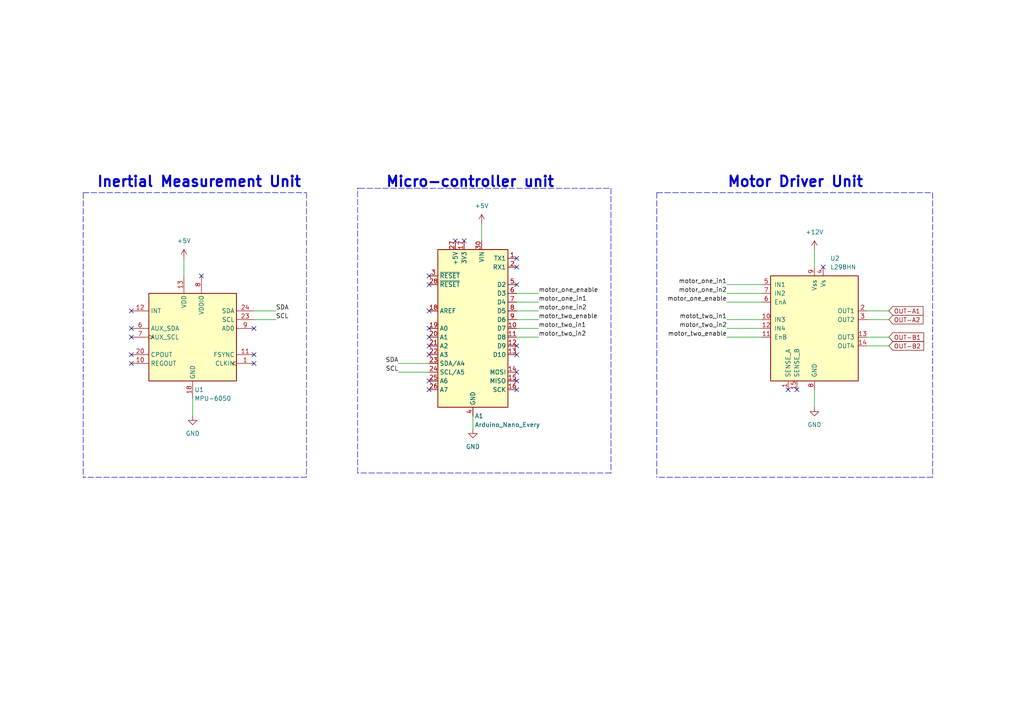
<source format=kicad_sch>
(kicad_sch (version 20211123) (generator eeschema)
  (paper "A4")
  (lib_symbols
    (symbol "Driver_Motor:L298HN" (pin_names (offset 1.016))
      (property "Reference" "U" (at -10.16 16.51 0))
      (property "Value" "L298HN" (at 12.7 16.51 0))
      (symbol "L298HN_0_1"
        (rectangle (start -12.7 15.24) (end 12.7 -15.24) (stroke (width 0.254)) (fill (type background)))
      )
      (symbol "L298HN_1_1"
        (pin power_in line (at -7.62 -17.78 90) (length 2.54) (name "SENSE_A") (number "1"))
        (pin input line (at -15.24 2.54 0) (length 2.54) (name "IN3") (number "10"))
        (pin input line (at -15.24 -2.54 0) (length 2.54) (name "EnB") (number "11"))
        (pin input line (at -15.24 0 0) (length 2.54) (name "IN4") (number "12"))
        (pin output line (at 15.24 -2.54 180) (length 2.54) (name "OUT3") (number "13"))
        (pin output line (at 15.24 -5.08 180) (length 2.54) (name "OUT4") (number "14"))
        (pin power_in line (at -5.08 -17.78 90) (length 2.54) (name "SENSE_B") (number "15"))
        (pin output line (at 15.24 5.08 180) (length 2.54) (name "OUT1") (number "2"))
        (pin output line (at 15.24 2.54 180) (length 2.54) (name "OUT2") (number "3"))
        (pin power_in line (at 2.54 17.78 270) (length 2.54) (name "Vs") (number "4"))
        (pin input line (at -15.24 12.7 0) (length 2.54) (name "IN1") (number "5"))
        (pin input line (at -15.24 7.62 0) (length 2.54) (name "EnA") (number "6"))
        (pin input line (at -15.24 10.16 0) (length 2.54) (name "IN2") (number "7"))
        (pin power_in line (at 0 -17.78 90) (length 2.54) (name "GND") (number "8"))
        (pin power_in line (at 0 17.78 270) (length 2.54) (name "Vss") (number "9"))
      )
    )
    (symbol "MCU_Module:Arduino_Nano_Every"
      (property "Reference" "A" (at -10.16 23.495 0))
      (property "Value" "Arduino_Nano_Every" (at 5.08 -24.13 0))
      (symbol "Arduino_Nano_Every_0_1"
        (rectangle (start -10.16 22.86) (end 10.16 -22.86) (stroke (width 0.254)) (fill (type background)))
      )
      (symbol "Arduino_Nano_Every_1_1"
        (pin bidirectional line (at -12.7 20.32 0) (length 2.54) (name "TX1") (number "1"))
        (pin bidirectional line (at -12.7 0 0) (length 2.54) (name "D7") (number "10"))
        (pin bidirectional line (at -12.7 -2.54 0) (length 2.54) (name "D8") (number "11"))
        (pin bidirectional line (at -12.7 -5.08 0) (length 2.54) (name "D9") (number "12"))
        (pin bidirectional line (at -12.7 -7.62 0) (length 2.54) (name "D10") (number "13"))
        (pin bidirectional line (at -12.7 -12.7 0) (length 2.54) (name "MOSI") (number "14"))
        (pin bidirectional line (at -12.7 -15.24 0) (length 2.54) (name "MISO") (number "15"))
        (pin bidirectional line (at -12.7 -17.78 0) (length 2.54) (name "SCK") (number "16"))
        (pin power_out line (at 2.54 25.4 270) (length 2.54) (name "3V3") (number "17"))
        (pin input line (at 12.7 5.08 180) (length 2.54) (name "AREF") (number "18"))
        (pin bidirectional line (at 12.7 0 180) (length 2.54) (name "A0") (number "19"))
        (pin bidirectional line (at -12.7 17.78 0) (length 2.54) (name "RX1") (number "2"))
        (pin bidirectional line (at 12.7 -2.54 180) (length 2.54) (name "A1") (number "20"))
        (pin bidirectional line (at 12.7 -5.08 180) (length 2.54) (name "A2") (number "21"))
        (pin bidirectional line (at 12.7 -7.62 180) (length 2.54) (name "A3") (number "22"))
        (pin bidirectional line (at 12.7 -10.16 180) (length 2.54) (name "SDA/A4") (number "23"))
        (pin bidirectional line (at 12.7 -12.7 180) (length 2.54) (name "SCL/A5") (number "24"))
        (pin bidirectional line (at 12.7 -15.24 180) (length 2.54) (name "A6") (number "25"))
        (pin bidirectional line (at 12.7 -17.78 180) (length 2.54) (name "A7") (number "26"))
        (pin power_out line (at 5.08 25.4 270) (length 2.54) (name "+5V") (number "27"))
        (pin input line (at 12.7 12.7 180) (length 2.54) (name "~{RESET}") (number "28"))
        (pin passive line (at 0 -25.4 90) (length 2.54) hide (name "GND") (number "29"))
        (pin input line (at 12.7 15.24 180) (length 2.54) (name "~{RESET}") (number "3"))
        (pin power_in line (at -2.54 25.4 270) (length 2.54) (name "VIN") (number "30"))
        (pin power_in line (at 0 -25.4 90) (length 2.54) (name "GND") (number "4"))
        (pin bidirectional line (at -12.7 12.7 0) (length 2.54) (name "D2") (number "5"))
        (pin bidirectional line (at -12.7 10.16 0) (length 2.54) (name "D3") (number "6"))
        (pin bidirectional line (at -12.7 7.62 0) (length 2.54) (name "D4") (number "7"))
        (pin bidirectional line (at -12.7 5.08 0) (length 2.54) (name "D5") (number "8"))
        (pin bidirectional line (at -12.7 2.54 0) (length 2.54) (name "D6") (number "9"))
      )
    )
    (symbol "Sensor_Motion:MPU-6050"
      (property "Reference" "U" (at -11.43 13.97 0))
      (property "Value" "MPU-6050" (at 7.62 -13.97 0))
      (symbol "MPU-6050_0_1"
        (rectangle (start -12.7 12.7) (end 12.7 -12.7) (stroke (width 0.254)) (fill (type background)))
      )
      (symbol "MPU-6050_1_1"
        (pin input clock (at -17.78 -7.62 0) (length 5.08) (name "CLKIN") (number "1"))
        (pin passive line (at 17.78 -7.62 180) (length 5.08) (name "REGOUT") (number "10"))
        (pin input line (at -17.78 -5.08 0) (length 5.08) (name "FSYNC") (number "11"))
        (pin output line (at 17.78 7.62 180) (length 5.08) (name "INT") (number "12"))
        (pin power_in line (at 2.54 17.78 270) (length 5.08) (name "VDD") (number "13"))
        (pin power_in line (at 0 -17.78 90) (length 5.08) (name "GND") (number "18"))
        (pin passive line (at 17.78 -5.08 180) (length 5.08) (name "CPOUT") (number "20"))
        (pin input line (at -17.78 5.08 0) (length 5.08) (name "SCL") (number "23"))
        (pin bidirectional line (at -17.78 7.62 0) (length 5.08) (name "SDA") (number "24"))
        (pin bidirectional line (at 17.78 2.54 180) (length 5.08) (name "AUX_SDA") (number "6"))
        (pin output clock (at 17.78 0 180) (length 5.08) (name "AUX_SCL") (number "7"))
        (pin power_in line (at -2.54 17.78 270) (length 5.08) (name "VDDIO") (number "8"))
        (pin input line (at -17.78 2.54 0) (length 5.08) (name "AD0") (number "9"))
      )
    )
    (symbol "power:+12V" (power) (pin_names (offset 0))
      (property "Value" "+12V" (at 0 3.556 0))
      (symbol "+12V_0_1"
        (polyline (pts (xy -0.762 1.27) (xy 0 2.54)))
        (polyline (pts (xy 0 0) (xy 0 2.54)))
        (polyline (pts (xy 0 2.54) (xy 0.762 1.27)))
      )
      (symbol "+12V_1_1"
        (pin power_in line (at 0 0 90) (length 0) hide (name "+12V") (number "1"))
      )
    )
    (symbol "power:+5V" (power) (pin_names (offset 0))
      (property "Value" "+5V" (at 0 3.556 0))
      (symbol "+5V_0_1"
        (polyline (pts (xy -0.762 1.27) (xy 0 2.54)))
        (polyline (pts (xy 0 0) (xy 0 2.54)))
        (polyline (pts (xy 0 2.54) (xy 0.762 1.27)))
      )
      (symbol "+5V_1_1"
        (pin power_in line (at 0 0 90) (length 0) hide (name "+5V") (number "1"))
      )
    )
    (symbol "power:GND" (power) (pin_names (offset 0))
      (property "Value" "GND" (at 0 -3.81 0))
      (symbol "GND_0_1"
        (polyline (pts (xy 0 0) (xy 0 -1.27) (xy 1.27 -1.27) (xy 0 -2.54) (xy -1.27 -1.27) (xy 0 -1.27)))
      )
      (symbol "GND_1_1"
        (pin power_in line (at 0 0 270) (length 0) hide (name "GND") (number "1"))
      )
    )
  )
  (no_connect (at 73.66 102.87))
  (no_connect (at 38.1 105.41))
  (no_connect (at 73.66 105.41))
  (no_connect (at 73.66 95.25))
  (no_connect (at 58.42 80.01))
  (no_connect (at 124.46 100.33))
  (no_connect (at 124.46 97.79))
  (no_connect (at 124.46 95.25))
  (no_connect (at 124.46 90.17))
  (no_connect (at 124.46 82.55))
  (no_connect (at 124.46 80.01))
  (no_connect (at 124.46 113.03))
  (no_connect (at 124.46 110.49))
  (no_connect (at 124.46 102.87))
  (no_connect (at 231.14 113.03))
  (no_connect (at 228.6 113.03))
  (no_connect (at 238.76 77.47))
  (no_connect (at 149.86 102.87))
  (no_connect (at 149.86 107.95))
  (no_connect (at 149.86 110.49))
  (no_connect (at 149.86 113.03))
  (no_connect (at 134.62 69.85))
  (no_connect (at 132.08 69.85))
  (no_connect (at 149.86 74.93))
  (no_connect (at 38.1 102.87))
  (no_connect (at 38.1 90.17))
  (no_connect (at 38.1 97.79))
  (no_connect (at 38.1 95.25))
  (no_connect (at 149.86 77.47))
  (no_connect (at 149.86 82.55))
  (no_connect (at 149.86 100.33))
  (wire (pts (xy 149.86 92.71) (xy 156.21 92.71)))
  (wire (pts (xy 55.88 115.57) (xy 55.88 120.65)))
  (wire (pts (xy 210.82 87.63) (xy 220.98 87.63)))
  (wire (pts (xy 139.7 64.77) (xy 139.7 69.85)))
  (wire (pts (xy 115.57 107.95) (xy 124.46 107.95)))
  (wire (pts (xy 210.82 95.25) (xy 220.98 95.25)))
  (polyline (pts (xy 270.51 55.88) (xy 270.51 138.43)))
  (polyline (pts (xy 103.7091 54.61) (xy 104.14 54.61)))
  (polyline (pts (xy 104.14 54.61) (xy 177.2057 54.61)))
  (polyline (pts (xy 88.9 138.43) (xy 24.13 138.43)))
  (wire (pts (xy 149.86 95.25) (xy 156.21 95.25)))
  (polyline (pts (xy 24.13 55.88) (xy 88.9 55.88)))
  (wire (pts (xy 257.81 97.79) (xy 251.46 97.79)))
  (wire (pts (xy 53.34 74.93) (xy 53.34 80.01)))
  (polyline (pts (xy 88.9 55.88) (xy 88.9 138.43)))
  (wire (pts (xy 137.16 120.65) (xy 137.16 124.46)))
  (wire (pts (xy 210.82 97.79) (xy 220.98 97.79)))
  (wire (pts (xy 257.81 92.71) (xy 251.46 92.71)))
  (wire (pts (xy 73.66 90.17) (xy 80.01 90.17)))
  (wire (pts (xy 210.82 92.71) (xy 220.98 92.71)))
  (wire (pts (xy 236.22 113.03) (xy 236.22 118.11)))
  (polyline (pts (xy 24.13 55.88) (xy 24.13 138.43)))
  (wire (pts (xy 115.57 105.41) (xy 124.46 105.41)))
  (polyline (pts (xy 270.51 138.43) (xy 190.5 138.43)))
  (polyline (pts (xy 103.7091 137.1855) (xy 103.7091 54.61)))
  (wire (pts (xy 149.86 85.09) (xy 156.21 85.09)))
  (polyline (pts (xy 177.2057 54.61) (xy 177.2057 137.1855)))
  (wire (pts (xy 149.86 87.63) (xy 156.21 87.63)))
  (polyline (pts (xy 190.5 55.88) (xy 190.5 138.43)))
  (polyline (pts (xy 190.5 55.88) (xy 270.51 55.88)))
  (wire (pts (xy 236.22 72.39) (xy 236.22 77.47)))
  (wire (pts (xy 257.81 90.17) (xy 251.46 90.17)))
  (wire (pts (xy 149.86 97.79) (xy 156.21 97.79)))
  (wire (pts (xy 149.86 90.17) (xy 156.21 90.17)))
  (wire (pts (xy 210.82 82.55) (xy 220.98 82.55)))
  (wire (pts (xy 210.82 85.09) (xy 220.98 85.09)))
  (wire (pts (xy 73.66 92.71) (xy 80.01 92.71)))
  (polyline (pts (xy 177.2057 137.1855) (xy 103.7091 137.1855)))
  (wire (pts (xy 257.81 100.33) (xy 251.46 100.33)))
  (text "Inertial Measurement Unit\n" (at 27.94 54.61 0) (effects (font (size 3 3) (thickness 0.6) bold) (justify left bottom)))
  (text "Micro-controller unit\n" (at 111.76 54.61 0) (effects (font (size 3 3) (thickness 0.6) bold) (justify left bottom)))
  (text "Motor Driver Unit\n" (at 210.82 54.61 0) (effects (font (size 3 3) (thickness 0.6) bold) (justify left bottom)))
  (label "motor_two_enable" (at 210.82 97.79 180))
  (label "motor_one_in1" (at 156.21 87.63 0))
  (label "SCL" (at 115.57 107.95 180))
  (label "motor_two_enable" (at 156.21 92.71 0))
  (label "motot_two_in1" (at 210.82 92.71 180))
  (label "motor_one_enable" (at 210.82 87.63 180))
  (label "motor_one_in2" (at 156.21 90.17 0))
  (label "motor_one_in2" (at 210.82 85.09 180))
  (label "motor_two_in2" (at 156.21 97.79 0))
  (label "SDA" (at 80.01 90.17 0))
  (label "motor_one_enable" (at 156.21 85.09 0))
  (label "motor_one_in1" (at 210.82 82.55 180))
  (label "motor_two_in1" (at 156.21 95.25 0))
  (label "SDA" (at 115.57 105.41 180))
  (label "SCL" (at 80.01 92.71 0))
  (label "motor_two_in2" (at 210.82 95.25 180))
  (global_label "OUT-B1" (shape input) (at 257.81 97.79 0) (property "Intersheet References" "${INTERSHEET_REFS}" (effects hide)))
  (global_label "OUT-B2" (shape input) (at 257.81 100.33 0) (property "Intersheet References" "${INTERSHEET_REFS}" (effects hide)))
  (global_label "OUT-A2" (shape input) (at 257.81 92.71 0) (property "Intersheet References" "${INTERSHEET_REFS}" (effects hide)))
  (global_label "OUT-A1" (shape input) (at 257.81 90.17 0) (property "Intersheet References" "${INTERSHEET_REFS}" (effects hide)))
  (symbol (lib_id "Sensor_Motion:MPU-6050") (at 55.88 97.79 0) (mirror y) (unit 1)
    (property "Reference" "U1" (at 56.4006 113.03 0) (effects (justify right)))
    (property "Value" "MPU-6050" (at 56.4006 115.57 0) (effects (justify right)))
    (property "Footprint" "Sensor_Motion:InvenSense_QFN-24_4x4mm_P0.5mm" (effects hide))
    (property "Datasheet" "https://store.invensense.com/datasheets/invensense/MPU-6050_DataSheet_V3%204.pdf" (effects hide))
  )
  (symbol (lib_id "power:+12V") (at 236.22 72.39 0) (unit 1)
    (property "Reference" "#PWR05" (effects hide))
    (property "Value" "+12V" (at 236.22 67.31 0))
  )
  (symbol (lib_id "power:GND") (at 137.16 124.46 0) (unit 1)
    (property "Reference" "#PWR03" (effects hide))
    (property "Value" "GND" (at 137.16 129.54 0))
  )
  (symbol (lib_id "power:GND") (at 236.22 118.11 0) (unit 1)
    (property "Reference" "#PWR06" (effects hide))
    (property "Value" "GND" (at 236.22 123.19 0))
  )
  (symbol (lib_id "Driver_Motor:L298HN") (at 236.22 95.25 0) (unit 1)
    (property "Reference" "U2" (at 240.7794 74.93 0) (effects (justify left)))
    (property "Value" "L298HN" (at 240.7794 77.47 0) (effects (justify left)))
    (property "Footprint" "Package_TO_SOT_THT:TO-220-15_P2.54x2.54mm_StaggerOdd_Lead4.58mm_Vertical" (effects hide))
    (property "Datasheet" "http://www.st.com/st-web-ui/static/active/en/resource/technical/document/datasheet/CD00000240.pdf" (effects hide))
  )
  (symbol (lib_id "power:GND") (at 55.88 120.65 0) (unit 1)
    (property "Reference" "#PWR02" (effects hide))
    (property "Value" "GND" (at 55.88 125.73 0))
  )
  (symbol (lib_id "power:+5V") (at 53.34 74.93 0) (unit 1)
    (property "Reference" "#PWR01" (effects hide))
    (property "Value" "+5V" (at 53.34 69.85 0))
  )
  (symbol (lib_id "MCU_Module:Arduino_Nano_Every") (at 137.16 95.25 0) (mirror y) (unit 1)
    (property "Reference" "A1" (at 137.6806 120.65 0) (effects (justify right)))
    (property "Value" "Arduino_Nano_Every" (at 137.6806 123.19 0) (effects (justify right)))
    (property "Footprint" "Module:Arduino_Nano" (effects hide))
    (property "Datasheet" "https://content.arduino.cc/assets/NANOEveryV3.0_sch.pdf" (effects hide))
  )
  (symbol (lib_id "power:+5V") (at 139.7 64.77 0) (unit 1)
    (property "Reference" "#PWR04" (effects hide))
    (property "Value" "+5V" (at 139.7 59.69 0))
  )
)
</source>
